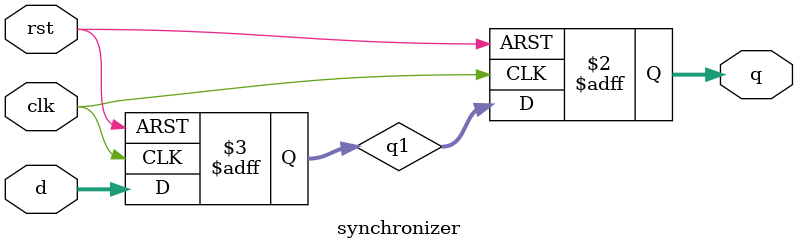
<source format=sv>

module synchronizer
  /*  package imports  */
  #(
     N_BITS = 8  // number of bits
   )
   (
     input logic clk,
     input logic rst,
     input  logic [N_BITS:0] d,
     output logic [N_BITS:0]  q
   );

  // local variables
  logic [N_BITS:0] q1;

  // always block
  always_ff @(posedge clk or posedge rst)
  begin
    if (rst)
    begin
      q1 <= 'b0;
      q <= 'b0;
    end
    else
    begin
      q1 <= d;
      q <= q1;
    end
  end
endmodule:
synchronizer

</source>
